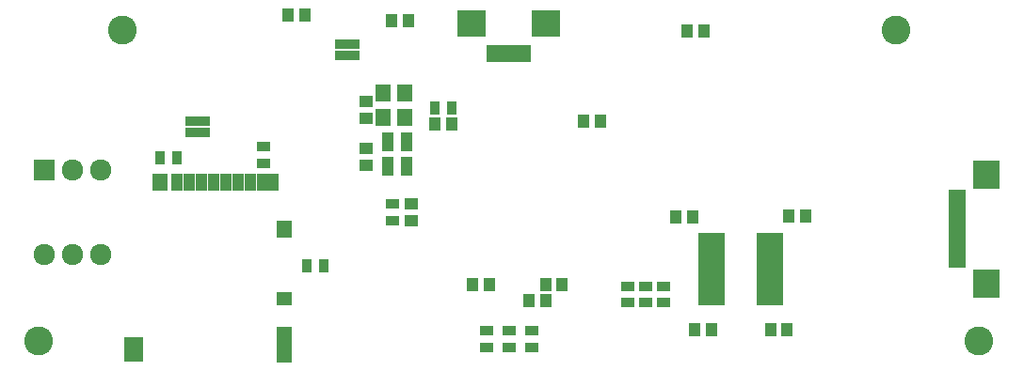
<source format=gbs>
G04 #@! TF.GenerationSoftware,KiCad,Pcbnew,(5.0.0)*
G04 #@! TF.CreationDate,2019-07-10T12:20:45+09:00*
G04 #@! TF.ProjectId,MainCircuit_v2_top,4D61696E436972637569745F76325F74,rev?*
G04 #@! TF.SameCoordinates,PX61d8d40PY6e87e60*
G04 #@! TF.FileFunction,Soldermask,Bot*
G04 #@! TF.FilePolarity,Negative*
%FSLAX46Y46*%
G04 Gerber Fmt 4.6, Leading zero omitted, Abs format (unit mm)*
G04 Created by KiCad (PCBNEW (5.0.0)) date 07/10/19 12:20:45*
%MOMM*%
%LPD*%
G01*
G04 APERTURE LIST*
%ADD10R,1.924000X1.924000*%
%ADD11C,1.924000*%
%ADD12C,2.600000*%
%ADD13R,1.200000X1.100000*%
%ADD14R,1.100000X1.200000*%
%ADD15R,1.650000X0.630000*%
%ADD16R,2.400000X2.200000*%
%ADD17R,2.400000X2.600000*%
%ADD18R,1.200000X0.900000*%
%ADD19R,0.900000X1.200000*%
%ADD20R,0.650000X0.900000*%
%ADD21R,1.400000X1.600000*%
%ADD22R,1.050000X1.800000*%
%ADD23R,1.100000X1.600000*%
%ADD24R,1.400000X1.200000*%
%ADD25R,1.400000X3.200000*%
%ADD26R,1.700000X2.300000*%
%ADD27R,2.400000X0.810000*%
%ADD28R,0.630000X1.650000*%
%ADD29R,2.200000X2.400000*%
%ADD30R,2.600000X2.400000*%
G04 APERTURE END LIST*
D10*
G04 #@! TO.C,SW4*
X3700000Y17900000D03*
D11*
X6240000Y17900000D03*
X8780000Y17900000D03*
X3700000Y10280000D03*
X6240000Y10280000D03*
X8780000Y10280000D03*
G04 #@! TD*
D12*
G04 #@! TO.C,REF\002A\002A*
X3200000Y2500000D03*
G04 #@! TD*
G04 #@! TO.C,REF\002A\002A*
X87800000Y2500000D03*
G04 #@! TD*
G04 #@! TO.C,REF\002A\002A*
X10700000Y30500000D03*
G04 #@! TD*
D13*
G04 #@! TO.C,C1*
X32600000Y22525000D03*
X32600000Y24025000D03*
G04 #@! TD*
G04 #@! TO.C,C3*
X32600000Y18300000D03*
X32600000Y19800000D03*
G04 #@! TD*
G04 #@! TO.C,C4*
X36700000Y14800000D03*
X36700000Y13300000D03*
G04 #@! TD*
D14*
G04 #@! TO.C,C6*
X40350000Y22050000D03*
X38850000Y22050000D03*
G04 #@! TD*
G04 #@! TO.C,C7*
X43700000Y7500000D03*
X42200000Y7500000D03*
G04 #@! TD*
G04 #@! TO.C,C8*
X47300000Y6100000D03*
X48800000Y6100000D03*
G04 #@! TD*
G04 #@! TO.C,C9*
X50275000Y7500000D03*
X48775000Y7500000D03*
G04 #@! TD*
G04 #@! TO.C,C10*
X52225000Y22300000D03*
X53725000Y22300000D03*
G04 #@! TD*
G04 #@! TO.C,C18*
X61525000Y30400000D03*
X63025000Y30400000D03*
G04 #@! TD*
G04 #@! TO.C,C19*
X27125000Y31850000D03*
X25625000Y31850000D03*
G04 #@! TD*
G04 #@! TO.C,C21*
X36425000Y31350000D03*
X34925000Y31350000D03*
G04 #@! TD*
D15*
G04 #@! TO.C,J1*
X85800000Y15800000D03*
X85800000Y15300000D03*
X85800000Y14800000D03*
X85800000Y14300000D03*
X85800000Y13800000D03*
X85800000Y13300000D03*
X85800000Y12800000D03*
X85800000Y12300000D03*
X85800000Y11800000D03*
X85800000Y11300000D03*
X85800000Y10800000D03*
X85800000Y10300000D03*
X85800000Y9800000D03*
D16*
X88475000Y7650000D03*
X88475000Y17450000D03*
D15*
X85800000Y9300000D03*
D17*
X88475000Y17450000D03*
X88475000Y7650000D03*
G04 #@! TD*
D18*
G04 #@! TO.C,L1*
X35000000Y14800000D03*
X35000000Y13300000D03*
G04 #@! TD*
D19*
G04 #@! TO.C,R6*
X40350000Y23450000D03*
X38850000Y23450000D03*
G04 #@! TD*
D18*
G04 #@! TO.C,R19*
X23400000Y18500000D03*
X23400000Y20000000D03*
G04 #@! TD*
D19*
G04 #@! TO.C,R20*
X27300000Y9200000D03*
X28800000Y9200000D03*
G04 #@! TD*
G04 #@! TO.C,R21*
X15600000Y19000000D03*
X14100000Y19000000D03*
G04 #@! TD*
D18*
G04 #@! TO.C,R22*
X47500000Y3400000D03*
X47500000Y1900000D03*
G04 #@! TD*
G04 #@! TO.C,R23*
X45500000Y3400000D03*
X45500000Y1900000D03*
G04 #@! TD*
G04 #@! TO.C,R24*
X43500000Y3400000D03*
X43500000Y1900000D03*
G04 #@! TD*
D20*
G04 #@! TO.C,RN2*
X30670000Y29240000D03*
X31170000Y29240000D03*
X31170000Y28240000D03*
X30670000Y28240000D03*
X31670000Y28240000D03*
X30170000Y29240000D03*
X30170000Y28240000D03*
X31670000Y29240000D03*
G04 #@! TD*
D21*
G04 #@! TO.C,Y1*
X36100000Y22600000D03*
X36100000Y24800000D03*
X34200000Y24800000D03*
X34200000Y22600000D03*
G04 #@! TD*
D22*
G04 #@! TO.C,Y2*
X34600000Y20425000D03*
X36250000Y20425000D03*
X34600000Y18220000D03*
X36250000Y18220000D03*
G04 #@! TD*
D20*
G04 #@! TO.C,RN3*
X16730000Y21290000D03*
X18230000Y22290000D03*
X18230000Y21290000D03*
X16730000Y22290000D03*
X17730000Y22290000D03*
X17230000Y22290000D03*
X17230000Y21290000D03*
X17730000Y21290000D03*
G04 #@! TD*
D12*
G04 #@! TO.C,REF\002A\002A*
X80300000Y30500000D03*
G04 #@! TD*
D21*
G04 #@! TO.C,U3*
X14100000Y16800000D03*
D23*
X23350000Y16800000D03*
X16750000Y16800000D03*
X17850000Y16800000D03*
X18950000Y16800000D03*
X20050000Y16800000D03*
X21150000Y16800000D03*
X22250000Y16800000D03*
X15650000Y16800000D03*
X24300000Y16800000D03*
D24*
X25250000Y6300000D03*
D21*
X25250000Y12500000D03*
D25*
X25250000Y2150000D03*
D26*
X11750000Y1700000D03*
G04 #@! TD*
D14*
G04 #@! TO.C,C24*
X60500000Y13600000D03*
X62000000Y13600000D03*
G04 #@! TD*
G04 #@! TO.C,C25*
X62200000Y3500000D03*
X63700000Y3500000D03*
G04 #@! TD*
G04 #@! TO.C,C26*
X70675000Y13700000D03*
X72175000Y13700000D03*
G04 #@! TD*
G04 #@! TO.C,C27*
X69025000Y3500000D03*
X70525000Y3500000D03*
G04 #@! TD*
D27*
G04 #@! TO.C,U4*
X69000000Y6095000D03*
X63691400Y6095000D03*
X63691400Y9270000D03*
X69000000Y11175000D03*
X69000000Y8635000D03*
X63691400Y8635000D03*
X69000000Y6730000D03*
X69000000Y9905000D03*
X69000000Y9270000D03*
X63691400Y8000000D03*
X63691400Y7365000D03*
X69000000Y7365000D03*
X69000000Y11810000D03*
X63691400Y9905000D03*
X69000000Y8000000D03*
X63691400Y6730000D03*
X69000000Y10540000D03*
X63691400Y11810000D03*
X63691400Y10540000D03*
X63691400Y11175000D03*
G04 #@! TD*
D18*
G04 #@! TO.C,R27*
X56200000Y7400000D03*
X56200000Y5900000D03*
G04 #@! TD*
G04 #@! TO.C,R28*
X59400000Y5900000D03*
X59400000Y7400000D03*
G04 #@! TD*
G04 #@! TO.C,R29*
X57800000Y7400000D03*
X57800000Y5900000D03*
G04 #@! TD*
D28*
G04 #@! TO.C,J11*
X44200000Y28400000D03*
X43700000Y28400000D03*
X45200000Y28400000D03*
D29*
X48850000Y31075000D03*
D28*
X45700000Y28400000D03*
X46200000Y28400000D03*
X47200000Y28400000D03*
X44700000Y28400000D03*
D30*
X42100000Y31075000D03*
X48850000Y31075000D03*
D28*
X46700000Y28400000D03*
G04 #@! TD*
M02*

</source>
